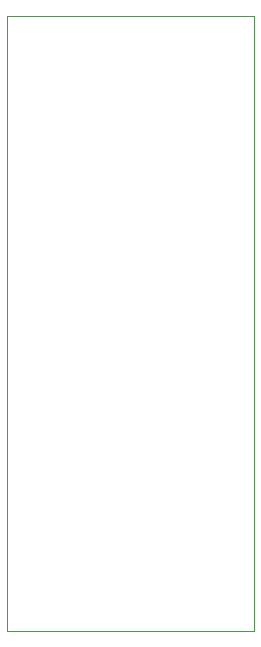
<source format=gm1>
%TF.GenerationSoftware,KiCad,Pcbnew,(6.0.0)*%
%TF.CreationDate,2022-03-13T18:44:15-04:00*%
%TF.ProjectId,z80plcc to dip,7a383070-6c63-4632-9074-6f206469702e,rev?*%
%TF.SameCoordinates,Original*%
%TF.FileFunction,Profile,NP*%
%FSLAX46Y46*%
G04 Gerber Fmt 4.6, Leading zero omitted, Abs format (unit mm)*
G04 Created by KiCad (PCBNEW (6.0.0)) date 2022-03-13 18:44:15*
%MOMM*%
%LPD*%
G01*
G04 APERTURE LIST*
%TA.AperFunction,Profile*%
%ADD10C,0.100000*%
%TD*%
G04 APERTURE END LIST*
D10*
X115570000Y-100965000D02*
X115570000Y-118110000D01*
X115570000Y-118110000D02*
X136525000Y-118110000D01*
X115570000Y-66040000D02*
X115570000Y-100965000D01*
X136525000Y-66040000D02*
X115570000Y-66040000D01*
X136525000Y-118110000D02*
X136525000Y-66040000D01*
M02*

</source>
